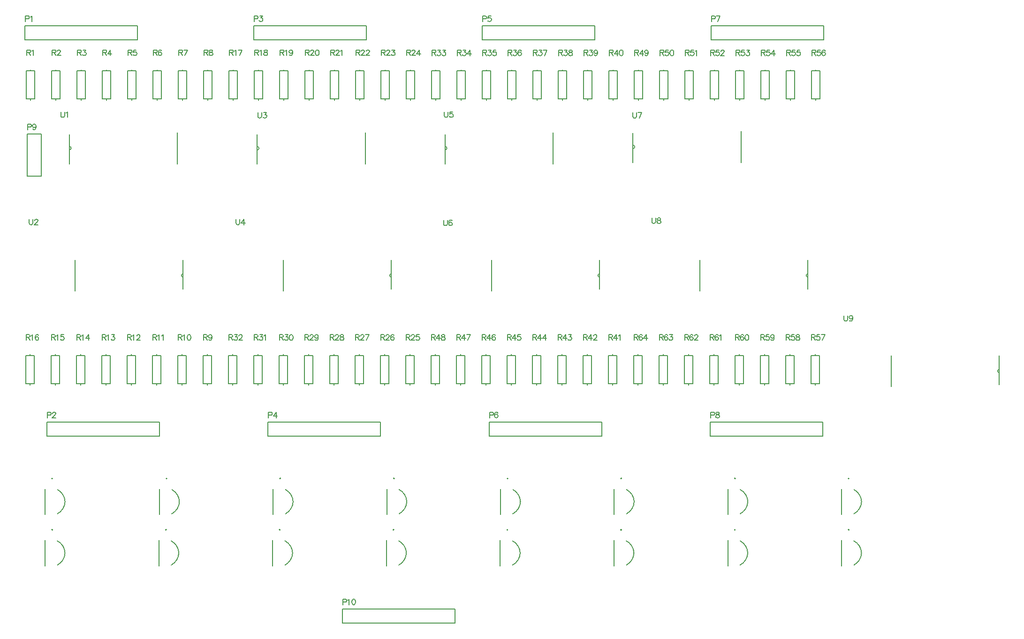
<source format=gto>
G04*
G04 #@! TF.GenerationSoftware,Altium Limited,Altium Designer,18.1.11 (251)*
G04*
G04 Layer_Color=65535*
%FSLAX25Y25*%
%MOIN*%
G70*
G01*
G75*
%ADD10C,0.00600*%
%ADD11C,0.00787*%
%ADD12C,0.00500*%
D10*
X706400Y195200D02*
G03*
X706400Y192800I0J-1200D01*
G01*
X570400Y263200D02*
G03*
X570400Y260800I0J-1200D01*
G01*
X446100Y352300D02*
G03*
X446100Y354700I0J1200D01*
G01*
X422400Y263200D02*
G03*
X422400Y260800I0J-1200D01*
G01*
X312600Y351300D02*
G03*
X312600Y353700I0J1200D01*
G01*
X45600Y351300D02*
G03*
X45600Y353700I0J1200D01*
G01*
X179100Y351300D02*
G03*
X179100Y353700I0J1200D01*
G01*
X126400Y263200D02*
G03*
X126400Y260800I0J-1200D01*
G01*
X274400Y263200D02*
G03*
X274400Y260800I0J-1200D01*
G01*
X706400Y184200D02*
Y192800D01*
Y195200D01*
Y205100D01*
X629600Y182900D02*
Y205100D01*
X570400Y252200D02*
Y260800D01*
Y263200D01*
Y273100D01*
X493600Y250900D02*
Y273100D01*
X446100Y354700D02*
Y363300D01*
Y352300D02*
Y354700D01*
Y342400D02*
Y352300D01*
X522900Y342400D02*
Y364600D01*
X422400Y252200D02*
Y260800D01*
Y263200D01*
Y273100D01*
X345600Y250900D02*
Y273100D01*
X312600Y353700D02*
Y362300D01*
Y351300D02*
Y353700D01*
Y341400D02*
Y351300D01*
X389400Y341400D02*
Y363600D01*
X45600Y353700D02*
Y362300D01*
Y351300D02*
Y353700D01*
Y341400D02*
Y351300D01*
X122400Y341400D02*
Y363600D01*
X179100Y353700D02*
Y362300D01*
Y351300D02*
Y353700D01*
Y341400D02*
Y351300D01*
X255900Y341400D02*
Y363600D01*
X126400Y252200D02*
Y260800D01*
Y263200D01*
Y273100D01*
X49600Y250900D02*
Y273100D01*
X274400Y252200D02*
Y260800D01*
Y263200D01*
Y273100D01*
X197600Y250900D02*
Y273100D01*
D11*
X599720Y80992D02*
G03*
X599720Y80992I-394J0D01*
G01*
X518863D02*
G03*
X518863Y80992I-394J0D01*
G01*
X438006D02*
G03*
X438006Y80992I-394J0D01*
G01*
X357149D02*
G03*
X357149Y80992I-394J0D01*
G01*
X276292D02*
G03*
X276292Y80992I-394J0D01*
G01*
X195435D02*
G03*
X195435Y80992I-394J0D01*
G01*
X114578D02*
G03*
X114578Y80992I-394J0D01*
G01*
X33720D02*
G03*
X33720Y80992I-394J0D01*
G01*
X599720Y117492D02*
G03*
X599720Y117492I-394J0D01*
G01*
X518935D02*
G03*
X518935Y117492I-394J0D01*
G01*
X438149D02*
G03*
X438149Y117492I-394J0D01*
G01*
X357363D02*
G03*
X357363Y117492I-394J0D01*
G01*
X276578D02*
G03*
X276578Y117492I-394J0D01*
G01*
X195792D02*
G03*
X195792Y117492I-394J0D01*
G01*
X115006D02*
G03*
X115006Y117492I-394J0D01*
G01*
X33720D02*
G03*
X33720Y117492I-394J0D01*
G01*
X501000Y147500D02*
Y157500D01*
X581000D01*
Y147500D02*
Y157500D01*
X501000Y147500D02*
X581000D01*
X581500Y429500D02*
Y439500D01*
X501500Y429500D02*
X581500D01*
X501500D02*
Y439500D01*
X581500D01*
X343833Y147500D02*
Y157500D01*
X423833D01*
Y147500D02*
Y157500D01*
X343833Y147500D02*
X423833D01*
X419000Y429500D02*
Y439500D01*
X339000Y429500D02*
X419000D01*
X339000D02*
Y439500D01*
X419000D01*
X186667Y147500D02*
Y157500D01*
X266667D01*
Y147500D02*
Y157500D01*
X186667Y147500D02*
X266667D01*
X256500Y429500D02*
Y439500D01*
X176500Y429500D02*
X256500D01*
X176500D02*
Y439500D01*
X256500D01*
X29500Y147500D02*
Y157500D01*
X109500D01*
Y147500D02*
Y157500D01*
X29500Y147500D02*
X109500D01*
X94000Y429500D02*
Y439500D01*
X14000Y429500D02*
X94000D01*
X14000D02*
Y439500D01*
X94000D01*
X449500Y185000D02*
X452500D01*
Y205000D01*
X446500D02*
X452500D01*
X446500Y185000D02*
Y205000D01*
Y185000D02*
X449500D01*
Y205000D02*
Y205900D01*
Y184100D02*
Y185000D01*
X467500D02*
X470500D01*
Y205000D01*
X464500D02*
X470500D01*
X464500Y185000D02*
Y205000D01*
Y185000D02*
X467500D01*
Y205000D02*
Y205900D01*
Y184100D02*
Y185000D01*
X485500D02*
X488500D01*
Y205000D01*
X482500D02*
X488500D01*
X482500Y185000D02*
Y205000D01*
Y185000D02*
X485500D01*
Y205000D02*
Y205900D01*
Y184100D02*
Y185000D01*
X503500D02*
X506500D01*
Y205000D01*
X500500D02*
X506500D01*
X500500Y185000D02*
Y205000D01*
Y185000D02*
X503500D01*
Y205000D02*
Y205900D01*
Y184100D02*
Y185000D01*
X521500D02*
X524500D01*
Y205000D01*
X518500D02*
X524500D01*
X518500Y185000D02*
Y205000D01*
Y185000D02*
X521500D01*
Y205000D02*
Y205900D01*
Y184100D02*
Y185000D01*
X539500D02*
X542500D01*
Y205000D01*
X536500D02*
X542500D01*
X536500Y185000D02*
Y205000D01*
Y185000D02*
X539500D01*
Y205000D02*
Y205900D01*
Y184100D02*
Y185000D01*
X557500D02*
X560500D01*
Y205000D01*
X554500D02*
X560500D01*
X554500Y185000D02*
Y205000D01*
Y185000D02*
X557500D01*
Y205000D02*
Y205900D01*
Y184100D02*
Y185000D01*
X575500D02*
X578500D01*
Y205000D01*
X572500D02*
X578500D01*
X572500Y185000D02*
Y205000D01*
Y185000D02*
X575500D01*
Y205000D02*
Y205900D01*
Y184100D02*
Y185000D01*
X573000Y407500D02*
X576000D01*
X573000Y387500D02*
Y407500D01*
Y387500D02*
X579000D01*
Y407500D01*
X576000D02*
X579000D01*
X576000Y386600D02*
Y387500D01*
Y407500D02*
Y408400D01*
X555000Y407500D02*
X558000D01*
X555000Y387500D02*
Y407500D01*
Y387500D02*
X561000D01*
Y407500D01*
X558000D02*
X561000D01*
X558000Y386600D02*
Y387500D01*
Y407500D02*
Y408400D01*
X537000Y407500D02*
X540000D01*
X537000Y387500D02*
Y407500D01*
Y387500D02*
X543000D01*
Y407500D01*
X540000D02*
X543000D01*
X540000Y386600D02*
Y387500D01*
Y407500D02*
Y408400D01*
X519000Y407500D02*
X522000D01*
X519000Y387500D02*
Y407500D01*
Y387500D02*
X525000D01*
Y407500D01*
X522000D02*
X525000D01*
X522000Y386600D02*
Y387500D01*
Y407500D02*
Y408400D01*
X501000Y407500D02*
X504000D01*
X501000Y387500D02*
Y407500D01*
Y387500D02*
X507000D01*
Y407500D01*
X504000D02*
X507000D01*
X504000Y386600D02*
Y387500D01*
Y407500D02*
Y408400D01*
X483000Y407500D02*
X486000D01*
X483000Y387500D02*
Y407500D01*
Y387500D02*
X489000D01*
Y407500D01*
X486000D02*
X489000D01*
X486000Y386600D02*
Y387500D01*
Y407500D02*
Y408400D01*
X465000Y407500D02*
X468000D01*
X465000Y387500D02*
Y407500D01*
Y387500D02*
X471000D01*
Y407500D01*
X468000D02*
X471000D01*
X468000Y386600D02*
Y387500D01*
Y407500D02*
Y408400D01*
X447000Y407500D02*
X450000D01*
X447000Y387500D02*
Y407500D01*
Y387500D02*
X453000D01*
Y407500D01*
X450000D02*
X453000D01*
X450000Y386600D02*
Y387500D01*
Y407500D02*
Y408400D01*
X305500Y185000D02*
X308500D01*
Y205000D01*
X302500D02*
X308500D01*
X302500Y185000D02*
Y205000D01*
Y185000D02*
X305500D01*
Y205000D02*
Y205900D01*
Y184100D02*
Y185000D01*
X323500D02*
X326500D01*
Y205000D01*
X320500D02*
X326500D01*
X320500Y185000D02*
Y205000D01*
Y185000D02*
X323500D01*
Y205000D02*
Y205900D01*
Y184100D02*
Y185000D01*
X341500D02*
X344500D01*
Y205000D01*
X338500D02*
X344500D01*
X338500Y185000D02*
Y205000D01*
Y185000D02*
X341500D01*
Y205000D02*
Y205900D01*
Y184100D02*
Y185000D01*
X359500D02*
X362500D01*
Y205000D01*
X356500D02*
X362500D01*
X356500Y185000D02*
Y205000D01*
Y185000D02*
X359500D01*
Y205000D02*
Y205900D01*
Y184100D02*
Y185000D01*
X377500D02*
X380500D01*
Y205000D01*
X374500D02*
X380500D01*
X374500Y185000D02*
Y205000D01*
Y185000D02*
X377500D01*
Y205000D02*
Y205900D01*
Y184100D02*
Y185000D01*
X395500D02*
X398500D01*
Y205000D01*
X392500D02*
X398500D01*
X392500Y185000D02*
Y205000D01*
Y185000D02*
X395500D01*
Y205000D02*
Y205900D01*
Y184100D02*
Y185000D01*
X413500D02*
X416500D01*
Y205000D01*
X410500D02*
X416500D01*
X410500Y185000D02*
Y205000D01*
Y185000D02*
X413500D01*
Y205000D02*
Y205900D01*
Y184100D02*
Y185000D01*
X431500D02*
X434500D01*
Y205000D01*
X428500D02*
X434500D01*
X428500Y185000D02*
Y205000D01*
Y185000D02*
X431500D01*
Y205000D02*
Y205900D01*
Y184100D02*
Y185000D01*
X429000Y407500D02*
X432000D01*
X429000Y387500D02*
Y407500D01*
Y387500D02*
X435000D01*
Y407500D01*
X432000D02*
X435000D01*
X432000Y386600D02*
Y387500D01*
Y407500D02*
Y408400D01*
X411000Y407500D02*
X414000D01*
X411000Y387500D02*
Y407500D01*
Y387500D02*
X417000D01*
Y407500D01*
X414000D02*
X417000D01*
X414000Y386600D02*
Y387500D01*
Y407500D02*
Y408400D01*
X393000Y407500D02*
X396000D01*
X393000Y387500D02*
Y407500D01*
Y387500D02*
X399000D01*
Y407500D01*
X396000D02*
X399000D01*
X396000Y386600D02*
Y387500D01*
Y407500D02*
Y408400D01*
X375000Y407500D02*
X378000D01*
X375000Y387500D02*
Y407500D01*
Y387500D02*
X381000D01*
Y407500D01*
X378000D02*
X381000D01*
X378000Y386600D02*
Y387500D01*
Y407500D02*
Y408400D01*
X357000Y407500D02*
X360000D01*
X357000Y387500D02*
Y407500D01*
Y387500D02*
X363000D01*
Y407500D01*
X360000D02*
X363000D01*
X360000Y386600D02*
Y387500D01*
Y407500D02*
Y408400D01*
X339000Y407500D02*
X342000D01*
X339000Y387500D02*
Y407500D01*
Y387500D02*
X345000D01*
Y407500D01*
X342000D02*
X345000D01*
X342000Y386600D02*
Y387500D01*
Y407500D02*
Y408400D01*
X321000Y407500D02*
X324000D01*
X321000Y387500D02*
Y407500D01*
Y387500D02*
X327000D01*
Y407500D01*
X324000D02*
X327000D01*
X324000Y386600D02*
Y387500D01*
Y407500D02*
Y408400D01*
X303000Y407500D02*
X306000D01*
X303000Y387500D02*
Y407500D01*
Y387500D02*
X309000D01*
Y407500D01*
X306000D02*
X309000D01*
X306000Y386600D02*
Y387500D01*
Y407500D02*
Y408400D01*
X161500Y185000D02*
X164500D01*
Y205000D01*
X158500D02*
X164500D01*
X158500Y185000D02*
Y205000D01*
Y185000D02*
X161500D01*
Y205000D02*
Y205900D01*
Y184100D02*
Y185000D01*
X179500D02*
X182500D01*
Y205000D01*
X176500D02*
X182500D01*
X176500Y185000D02*
Y205000D01*
Y185000D02*
X179500D01*
Y205000D02*
Y205900D01*
Y184100D02*
Y185000D01*
X197500D02*
X200500D01*
Y205000D01*
X194500D02*
X200500D01*
X194500Y185000D02*
Y205000D01*
Y185000D02*
X197500D01*
Y205000D02*
Y205900D01*
Y184100D02*
Y185000D01*
X215500D02*
X218500D01*
Y205000D01*
X212500D02*
X218500D01*
X212500Y185000D02*
Y205000D01*
Y185000D02*
X215500D01*
Y205000D02*
Y205900D01*
Y184100D02*
Y185000D01*
X233500D02*
X236500D01*
Y205000D01*
X230500D02*
X236500D01*
X230500Y185000D02*
Y205000D01*
Y185000D02*
X233500D01*
Y205000D02*
Y205900D01*
Y184100D02*
Y185000D01*
X251500D02*
X254500D01*
Y205000D01*
X248500D02*
X254500D01*
X248500Y185000D02*
Y205000D01*
Y185000D02*
X251500D01*
Y205000D02*
Y205900D01*
Y184100D02*
Y185000D01*
X269500D02*
X272500D01*
Y205000D01*
X266500D02*
X272500D01*
X266500Y185000D02*
Y205000D01*
Y185000D02*
X269500D01*
Y205000D02*
Y205900D01*
Y184100D02*
Y185000D01*
X287500D02*
X290500D01*
Y205000D01*
X284500D02*
X290500D01*
X284500Y185000D02*
Y205000D01*
Y185000D02*
X287500D01*
Y205000D02*
Y205900D01*
Y184100D02*
Y185000D01*
X285000Y407500D02*
X288000D01*
X285000Y387500D02*
Y407500D01*
Y387500D02*
X291000D01*
Y407500D01*
X288000D02*
X291000D01*
X288000Y386600D02*
Y387500D01*
Y407500D02*
Y408400D01*
X267000Y407500D02*
X270000D01*
X267000Y387500D02*
Y407500D01*
Y387500D02*
X273000D01*
Y407500D01*
X270000D02*
X273000D01*
X270000Y386600D02*
Y387500D01*
Y407500D02*
Y408400D01*
X249000Y407500D02*
X252000D01*
X249000Y387500D02*
Y407500D01*
Y387500D02*
X255000D01*
Y407500D01*
X252000D02*
X255000D01*
X252000Y386600D02*
Y387500D01*
Y407500D02*
Y408400D01*
X231000Y407500D02*
X234000D01*
X231000Y387500D02*
Y407500D01*
Y387500D02*
X237000D01*
Y407500D01*
X234000D02*
X237000D01*
X234000Y386600D02*
Y387500D01*
Y407500D02*
Y408400D01*
X213000Y407500D02*
X216000D01*
X213000Y387500D02*
Y407500D01*
Y387500D02*
X219000D01*
Y407500D01*
X216000D02*
X219000D01*
X216000Y386600D02*
Y387500D01*
Y407500D02*
Y408400D01*
X195000Y407500D02*
X198000D01*
X195000Y387500D02*
Y407500D01*
Y387500D02*
X201000D01*
Y407500D01*
X198000D02*
X201000D01*
X198000Y386600D02*
Y387500D01*
Y407500D02*
Y408400D01*
X177000Y407500D02*
X180000D01*
X177000Y387500D02*
Y407500D01*
Y387500D02*
X183000D01*
Y407500D01*
X180000D02*
X183000D01*
X180000Y386600D02*
Y387500D01*
Y407500D02*
Y408400D01*
X159000Y407500D02*
X162000D01*
X159000Y387500D02*
Y407500D01*
Y387500D02*
X165000D01*
Y407500D01*
X162000D02*
X165000D01*
X162000Y386600D02*
Y387500D01*
Y407500D02*
Y408400D01*
X17500Y185000D02*
X20500D01*
Y205000D01*
X14500D02*
X20500D01*
X14500Y185000D02*
Y205000D01*
Y185000D02*
X17500D01*
Y205000D02*
Y205900D01*
Y184100D02*
Y185000D01*
X35500D02*
X38500D01*
Y205000D01*
X32500D02*
X38500D01*
X32500Y185000D02*
Y205000D01*
Y185000D02*
X35500D01*
Y205000D02*
Y205900D01*
Y184100D02*
Y185000D01*
X53500D02*
X56500D01*
Y205000D01*
X50500D02*
X56500D01*
X50500Y185000D02*
Y205000D01*
Y185000D02*
X53500D01*
Y205000D02*
Y205900D01*
Y184100D02*
Y185000D01*
X71500D02*
X74500D01*
Y205000D01*
X68500D02*
X74500D01*
X68500Y185000D02*
Y205000D01*
Y185000D02*
X71500D01*
Y205000D02*
Y205900D01*
Y184100D02*
Y185000D01*
X89500D02*
X92500D01*
Y205000D01*
X86500D02*
X92500D01*
X86500Y185000D02*
Y205000D01*
Y185000D02*
X89500D01*
Y205000D02*
Y205900D01*
Y184100D02*
Y185000D01*
X107500D02*
X110500D01*
Y205000D01*
X104500D02*
X110500D01*
X104500Y185000D02*
Y205000D01*
Y185000D02*
X107500D01*
Y205000D02*
Y205900D01*
Y184100D02*
Y185000D01*
X125500D02*
X128500D01*
Y205000D01*
X122500D02*
X128500D01*
X122500Y185000D02*
Y205000D01*
Y185000D02*
X125500D01*
Y205000D02*
Y205900D01*
Y184100D02*
Y185000D01*
X143500D02*
X146500D01*
Y205000D01*
X140500D02*
X146500D01*
X140500Y185000D02*
Y205000D01*
Y185000D02*
X143500D01*
Y205000D02*
Y205900D01*
Y184100D02*
Y185000D01*
X141000Y407500D02*
X144000D01*
X141000Y387500D02*
Y407500D01*
Y387500D02*
X147000D01*
Y407500D01*
X144000D02*
X147000D01*
X144000Y386600D02*
Y387500D01*
Y407500D02*
Y408400D01*
X123000Y407500D02*
X126000D01*
X123000Y387500D02*
Y407500D01*
Y387500D02*
X129000D01*
Y407500D01*
X126000D02*
X129000D01*
X126000Y386600D02*
Y387500D01*
Y407500D02*
Y408400D01*
X105000Y407500D02*
X108000D01*
X105000Y387500D02*
Y407500D01*
Y387500D02*
X111000D01*
Y407500D01*
X108000D02*
X111000D01*
X108000Y386600D02*
Y387500D01*
Y407500D02*
Y408400D01*
X87000Y407500D02*
X90000D01*
X87000Y387500D02*
Y407500D01*
Y387500D02*
X93000D01*
Y407500D01*
X90000D02*
X93000D01*
X90000Y386600D02*
Y387500D01*
Y407500D02*
Y408400D01*
X69000Y407500D02*
X72000D01*
X69000Y387500D02*
Y407500D01*
Y387500D02*
X75000D01*
Y407500D01*
X72000D02*
X75000D01*
X72000Y386600D02*
Y387500D01*
Y407500D02*
Y408400D01*
X51000Y407500D02*
X54000D01*
X51000Y387500D02*
Y407500D01*
Y387500D02*
X57000D01*
Y407500D01*
X54000D02*
X57000D01*
X54000Y386600D02*
Y387500D01*
Y407500D02*
Y408400D01*
X33000Y407500D02*
X36000D01*
X33000Y387500D02*
Y407500D01*
Y387500D02*
X39000D01*
Y407500D01*
X36000D02*
X39000D01*
X36000Y386600D02*
Y387500D01*
Y407500D02*
Y408400D01*
X15000Y407500D02*
X18000D01*
X15000Y387500D02*
Y407500D01*
Y387500D02*
X21000D01*
Y407500D01*
X18000D02*
X21000D01*
X18000Y386600D02*
Y387500D01*
Y407500D02*
Y408400D01*
X15500Y332500D02*
Y362500D01*
Y332500D02*
X25500D01*
Y362500D01*
X15500D02*
X25500D01*
X239500Y14500D02*
Y24500D01*
X319500D01*
Y14500D02*
Y24500D01*
X239500Y14500D02*
X319500D01*
X596000Y233436D02*
Y230625D01*
X596187Y230062D01*
X596562Y229687D01*
X597125Y229500D01*
X597500D01*
X598062Y229687D01*
X598437Y230062D01*
X598624Y230625D01*
Y233436D01*
X602148Y232124D02*
X601961Y231562D01*
X601586Y231187D01*
X601023Y230999D01*
X600836D01*
X600274Y231187D01*
X599899Y231562D01*
X599711Y232124D01*
Y232312D01*
X599899Y232874D01*
X600274Y233249D01*
X600836Y233436D01*
X601023D01*
X601586Y233249D01*
X601961Y232874D01*
X602148Y232124D01*
Y231187D01*
X601961Y230250D01*
X601586Y229687D01*
X601023Y229500D01*
X600648D01*
X600086Y229687D01*
X599899Y230062D01*
X459500Y302936D02*
Y300125D01*
X459687Y299562D01*
X460062Y299187D01*
X460625Y299000D01*
X460999D01*
X461562Y299187D01*
X461937Y299562D01*
X462124Y300125D01*
Y302936D01*
X464148D02*
X463586Y302749D01*
X463399Y302374D01*
Y301999D01*
X463586Y301624D01*
X463961Y301437D01*
X464711Y301249D01*
X465273Y301062D01*
X465648Y300687D01*
X465835Y300312D01*
Y299750D01*
X465648Y299375D01*
X465460Y299187D01*
X464898Y299000D01*
X464148D01*
X463586Y299187D01*
X463399Y299375D01*
X463211Y299750D01*
Y300312D01*
X463399Y300687D01*
X463773Y301062D01*
X464336Y301249D01*
X465086Y301437D01*
X465460Y301624D01*
X465648Y301999D01*
Y302374D01*
X465460Y302749D01*
X464898Y302936D01*
X464148D01*
X446000Y377830D02*
Y375018D01*
X446187Y374456D01*
X446562Y374081D01*
X447125Y373894D01*
X447500D01*
X448062Y374081D01*
X448437Y374456D01*
X448624Y375018D01*
Y377830D01*
X452335D02*
X450461Y373894D01*
X449711Y377830D02*
X452335D01*
X311500Y301436D02*
Y298625D01*
X311687Y298062D01*
X312062Y297688D01*
X312625Y297500D01*
X313000D01*
X313562Y297688D01*
X313937Y298062D01*
X314124Y298625D01*
Y301436D01*
X317460Y300874D02*
X317273Y301249D01*
X316711Y301436D01*
X316336D01*
X315774Y301249D01*
X315399Y300686D01*
X315211Y299749D01*
Y298812D01*
X315399Y298062D01*
X315774Y297688D01*
X316336Y297500D01*
X316523D01*
X317086Y297688D01*
X317460Y298062D01*
X317648Y298625D01*
Y298812D01*
X317460Y299374D01*
X317086Y299749D01*
X316523Y299937D01*
X316336D01*
X315774Y299749D01*
X315399Y299374D01*
X315211Y298812D01*
X312000Y378436D02*
Y375625D01*
X312187Y375062D01*
X312562Y374687D01*
X313125Y374500D01*
X313499D01*
X314062Y374687D01*
X314437Y375062D01*
X314624Y375625D01*
Y378436D01*
X317961D02*
X316086D01*
X315899Y376749D01*
X316086Y376937D01*
X316648Y377124D01*
X317211D01*
X317773Y376937D01*
X318148Y376562D01*
X318335Y375999D01*
Y375625D01*
X318148Y375062D01*
X317773Y374687D01*
X317211Y374500D01*
X316648D01*
X316086Y374687D01*
X315899Y374875D01*
X315711Y375250D01*
X164000Y301936D02*
Y299125D01*
X164187Y298562D01*
X164562Y298187D01*
X165125Y298000D01*
X165499D01*
X166062Y298187D01*
X166437Y298562D01*
X166624Y299125D01*
Y301936D01*
X169586D02*
X167711Y299312D01*
X170523D01*
X169586Y301936D02*
Y298000D01*
X179500Y377936D02*
Y375125D01*
X179687Y374562D01*
X180062Y374187D01*
X180625Y374000D01*
X181000D01*
X181562Y374187D01*
X181937Y374562D01*
X182124Y375125D01*
Y377936D01*
X183586D02*
X185648D01*
X184523Y376437D01*
X185086D01*
X185460Y376249D01*
X185648Y376062D01*
X185835Y375500D01*
Y375125D01*
X185648Y374562D01*
X185273Y374187D01*
X184711Y374000D01*
X184148D01*
X183586Y374187D01*
X183399Y374375D01*
X183211Y374750D01*
X17000Y301936D02*
Y299125D01*
X17187Y298562D01*
X17562Y298187D01*
X18125Y298000D01*
X18499D01*
X19062Y298187D01*
X19437Y298562D01*
X19624Y299125D01*
Y301936D01*
X20899Y300999D02*
Y301186D01*
X21086Y301561D01*
X21273Y301749D01*
X21648Y301936D01*
X22398D01*
X22773Y301749D01*
X22961Y301561D01*
X23148Y301186D01*
Y300812D01*
X22961Y300437D01*
X22586Y299874D01*
X20711Y298000D01*
X23335D01*
X39500Y378436D02*
Y375625D01*
X39687Y375062D01*
X40062Y374687D01*
X40625Y374500D01*
X40999D01*
X41562Y374687D01*
X41937Y375062D01*
X42124Y375625D01*
Y378436D01*
X43211Y377686D02*
X43586Y377874D01*
X44148Y378436D01*
Y374500D01*
X446900Y219836D02*
Y215900D01*
Y219836D02*
X448587D01*
X449149Y219649D01*
X449337Y219461D01*
X449524Y219086D01*
Y218711D01*
X449337Y218337D01*
X449149Y218149D01*
X448587Y217962D01*
X446900D01*
X448212D02*
X449524Y215900D01*
X452654Y219274D02*
X452467Y219649D01*
X451904Y219836D01*
X451530D01*
X450967Y219649D01*
X450593Y219086D01*
X450405Y218149D01*
Y217212D01*
X450593Y216462D01*
X450967Y216087D01*
X451530Y215900D01*
X451717D01*
X452279Y216087D01*
X452654Y216462D01*
X452842Y217025D01*
Y217212D01*
X452654Y217774D01*
X452279Y218149D01*
X451717Y218337D01*
X451530D01*
X450967Y218149D01*
X450593Y217774D01*
X450405Y217212D01*
X455578Y219836D02*
X453704Y217212D01*
X456516D01*
X455578Y219836D02*
Y215900D01*
X464900Y219836D02*
Y215900D01*
Y219836D02*
X466587D01*
X467149Y219649D01*
X467337Y219461D01*
X467524Y219086D01*
Y218711D01*
X467337Y218337D01*
X467149Y218149D01*
X466587Y217962D01*
X464900D01*
X466212D02*
X467524Y215900D01*
X470654Y219274D02*
X470467Y219649D01*
X469905Y219836D01*
X469530D01*
X468967Y219649D01*
X468593Y219086D01*
X468405Y218149D01*
Y217212D01*
X468593Y216462D01*
X468967Y216087D01*
X469530Y215900D01*
X469717D01*
X470279Y216087D01*
X470654Y216462D01*
X470842Y217025D01*
Y217212D01*
X470654Y217774D01*
X470279Y218149D01*
X469717Y218337D01*
X469530D01*
X468967Y218149D01*
X468593Y217774D01*
X468405Y217212D01*
X472079Y219836D02*
X474141D01*
X473016Y218337D01*
X473578D01*
X473953Y218149D01*
X474141Y217962D01*
X474328Y217400D01*
Y217025D01*
X474141Y216462D01*
X473766Y216087D01*
X473203Y215900D01*
X472641D01*
X472079Y216087D01*
X471891Y216275D01*
X471704Y216650D01*
X482900Y219836D02*
Y215900D01*
Y219836D02*
X484587D01*
X485149Y219649D01*
X485337Y219461D01*
X485524Y219086D01*
Y218711D01*
X485337Y218337D01*
X485149Y218149D01*
X484587Y217962D01*
X482900D01*
X484212D02*
X485524Y215900D01*
X488654Y219274D02*
X488467Y219649D01*
X487905Y219836D01*
X487530D01*
X486967Y219649D01*
X486592Y219086D01*
X486405Y218149D01*
Y217212D01*
X486592Y216462D01*
X486967Y216087D01*
X487530Y215900D01*
X487717D01*
X488279Y216087D01*
X488654Y216462D01*
X488842Y217025D01*
Y217212D01*
X488654Y217774D01*
X488279Y218149D01*
X487717Y218337D01*
X487530D01*
X486967Y218149D01*
X486592Y217774D01*
X486405Y217212D01*
X489891Y218899D02*
Y219086D01*
X490079Y219461D01*
X490266Y219649D01*
X490641Y219836D01*
X491391D01*
X491766Y219649D01*
X491953Y219461D01*
X492141Y219086D01*
Y218711D01*
X491953Y218337D01*
X491578Y217774D01*
X489704Y215900D01*
X492328D01*
X500900Y219836D02*
Y215900D01*
Y219836D02*
X502587D01*
X503149Y219649D01*
X503337Y219461D01*
X503524Y219086D01*
Y218711D01*
X503337Y218337D01*
X503149Y218149D01*
X502587Y217962D01*
X500900D01*
X502212D02*
X503524Y215900D01*
X506654Y219274D02*
X506467Y219649D01*
X505904Y219836D01*
X505530D01*
X504967Y219649D01*
X504593Y219086D01*
X504405Y218149D01*
Y217212D01*
X504593Y216462D01*
X504967Y216087D01*
X505530Y215900D01*
X505717D01*
X506279Y216087D01*
X506654Y216462D01*
X506842Y217025D01*
Y217212D01*
X506654Y217774D01*
X506279Y218149D01*
X505717Y218337D01*
X505530D01*
X504967Y218149D01*
X504593Y217774D01*
X504405Y217212D01*
X507704Y219086D02*
X508079Y219274D01*
X508641Y219836D01*
Y215900D01*
X518900Y219836D02*
Y215900D01*
Y219836D02*
X520587D01*
X521149Y219649D01*
X521337Y219461D01*
X521524Y219086D01*
Y218711D01*
X521337Y218337D01*
X521149Y218149D01*
X520587Y217962D01*
X518900D01*
X520212D02*
X521524Y215900D01*
X524654Y219274D02*
X524467Y219649D01*
X523905Y219836D01*
X523530D01*
X522967Y219649D01*
X522592Y219086D01*
X522405Y218149D01*
Y217212D01*
X522592Y216462D01*
X522967Y216087D01*
X523530Y215900D01*
X523717D01*
X524279Y216087D01*
X524654Y216462D01*
X524842Y217025D01*
Y217212D01*
X524654Y217774D01*
X524279Y218149D01*
X523717Y218337D01*
X523530D01*
X522967Y218149D01*
X522592Y217774D01*
X522405Y217212D01*
X526828Y219836D02*
X526266Y219649D01*
X525891Y219086D01*
X525704Y218149D01*
Y217587D01*
X525891Y216650D01*
X526266Y216087D01*
X526828Y215900D01*
X527203D01*
X527766Y216087D01*
X528141Y216650D01*
X528328Y217587D01*
Y218149D01*
X528141Y219086D01*
X527766Y219649D01*
X527203Y219836D01*
X526828D01*
X536900D02*
Y215900D01*
Y219836D02*
X538587D01*
X539149Y219649D01*
X539337Y219461D01*
X539524Y219086D01*
Y218711D01*
X539337Y218337D01*
X539149Y218149D01*
X538587Y217962D01*
X536900D01*
X538212D02*
X539524Y215900D01*
X542654Y219836D02*
X540780D01*
X540592Y218149D01*
X540780Y218337D01*
X541342Y218524D01*
X541904D01*
X542467Y218337D01*
X542842Y217962D01*
X543029Y217400D01*
Y217025D01*
X542842Y216462D01*
X542467Y216087D01*
X541904Y215900D01*
X541342D01*
X540780Y216087D01*
X540592Y216275D01*
X540405Y216650D01*
X546347Y218524D02*
X546159Y217962D01*
X545785Y217587D01*
X545222Y217400D01*
X545035D01*
X544472Y217587D01*
X544098Y217962D01*
X543910Y218524D01*
Y218711D01*
X544098Y219274D01*
X544472Y219649D01*
X545035Y219836D01*
X545222D01*
X545785Y219649D01*
X546159Y219274D01*
X546347Y218524D01*
Y217587D01*
X546159Y216650D01*
X545785Y216087D01*
X545222Y215900D01*
X544847D01*
X544285Y216087D01*
X544098Y216462D01*
X554900Y219836D02*
Y215900D01*
Y219836D02*
X556587D01*
X557149Y219649D01*
X557337Y219461D01*
X557524Y219086D01*
Y218711D01*
X557337Y218337D01*
X557149Y218149D01*
X556587Y217962D01*
X554900D01*
X556212D02*
X557524Y215900D01*
X560654Y219836D02*
X558780D01*
X558593Y218149D01*
X558780Y218337D01*
X559342Y218524D01*
X559904D01*
X560467Y218337D01*
X560842Y217962D01*
X561029Y217400D01*
Y217025D01*
X560842Y216462D01*
X560467Y216087D01*
X559904Y215900D01*
X559342D01*
X558780Y216087D01*
X558593Y216275D01*
X558405Y216650D01*
X562847Y219836D02*
X562285Y219649D01*
X562098Y219274D01*
Y218899D01*
X562285Y218524D01*
X562660Y218337D01*
X563410Y218149D01*
X563972Y217962D01*
X564347Y217587D01*
X564534Y217212D01*
Y216650D01*
X564347Y216275D01*
X564159Y216087D01*
X563597Y215900D01*
X562847D01*
X562285Y216087D01*
X562098Y216275D01*
X561910Y216650D01*
Y217212D01*
X562098Y217587D01*
X562472Y217962D01*
X563035Y218149D01*
X563785Y218337D01*
X564159Y218524D01*
X564347Y218899D01*
Y219274D01*
X564159Y219649D01*
X563597Y219836D01*
X562847D01*
X572900D02*
Y215900D01*
Y219836D02*
X574587D01*
X575149Y219649D01*
X575337Y219461D01*
X575524Y219086D01*
Y218711D01*
X575337Y218337D01*
X575149Y218149D01*
X574587Y217962D01*
X572900D01*
X574212D02*
X575524Y215900D01*
X578654Y219836D02*
X576780D01*
X576592Y218149D01*
X576780Y218337D01*
X577342Y218524D01*
X577905D01*
X578467Y218337D01*
X578842Y217962D01*
X579029Y217400D01*
Y217025D01*
X578842Y216462D01*
X578467Y216087D01*
X577905Y215900D01*
X577342D01*
X576780Y216087D01*
X576592Y216275D01*
X576405Y216650D01*
X582534Y219836D02*
X580660Y215900D01*
X579910Y219836D02*
X582534D01*
X573400Y422330D02*
Y418394D01*
Y422330D02*
X575087D01*
X575649Y422142D01*
X575837Y421955D01*
X576024Y421580D01*
Y421205D01*
X575837Y420830D01*
X575649Y420643D01*
X575087Y420456D01*
X573400D01*
X574712D02*
X576024Y418394D01*
X579154Y422330D02*
X577280D01*
X577093Y420643D01*
X577280Y420830D01*
X577842Y421018D01*
X578405D01*
X578967Y420830D01*
X579342Y420456D01*
X579529Y419893D01*
Y419518D01*
X579342Y418956D01*
X578967Y418581D01*
X578405Y418394D01*
X577842D01*
X577280Y418581D01*
X577093Y418769D01*
X576905Y419143D01*
X582659Y421768D02*
X582472Y422142D01*
X581910Y422330D01*
X581535D01*
X580972Y422142D01*
X580597Y421580D01*
X580410Y420643D01*
Y419706D01*
X580597Y418956D01*
X580972Y418581D01*
X581535Y418394D01*
X581722D01*
X582284Y418581D01*
X582659Y418956D01*
X582847Y419518D01*
Y419706D01*
X582659Y420268D01*
X582284Y420643D01*
X581722Y420830D01*
X581535D01*
X580972Y420643D01*
X580597Y420268D01*
X580410Y419706D01*
X555400Y422330D02*
Y418394D01*
Y422330D02*
X557087D01*
X557649Y422142D01*
X557837Y421955D01*
X558024Y421580D01*
Y421205D01*
X557837Y420830D01*
X557649Y420643D01*
X557087Y420456D01*
X555400D01*
X556712D02*
X558024Y418394D01*
X561154Y422330D02*
X559280D01*
X559093Y420643D01*
X559280Y420830D01*
X559842Y421018D01*
X560404D01*
X560967Y420830D01*
X561342Y420456D01*
X561529Y419893D01*
Y419518D01*
X561342Y418956D01*
X560967Y418581D01*
X560404Y418394D01*
X559842D01*
X559280Y418581D01*
X559093Y418769D01*
X558905Y419143D01*
X564659Y422330D02*
X562785D01*
X562598Y420643D01*
X562785Y420830D01*
X563347Y421018D01*
X563910D01*
X564472Y420830D01*
X564847Y420456D01*
X565034Y419893D01*
Y419518D01*
X564847Y418956D01*
X564472Y418581D01*
X563910Y418394D01*
X563347D01*
X562785Y418581D01*
X562598Y418769D01*
X562410Y419143D01*
X537400Y422330D02*
Y418394D01*
Y422330D02*
X539087D01*
X539649Y422142D01*
X539837Y421955D01*
X540024Y421580D01*
Y421205D01*
X539837Y420830D01*
X539649Y420643D01*
X539087Y420456D01*
X537400D01*
X538712D02*
X540024Y418394D01*
X543154Y422330D02*
X541280D01*
X541092Y420643D01*
X541280Y420830D01*
X541842Y421018D01*
X542405D01*
X542967Y420830D01*
X543342Y420456D01*
X543529Y419893D01*
Y419518D01*
X543342Y418956D01*
X542967Y418581D01*
X542405Y418394D01*
X541842D01*
X541280Y418581D01*
X541092Y418769D01*
X540905Y419143D01*
X546284Y422330D02*
X544410Y419706D01*
X547222D01*
X546284Y422330D02*
Y418394D01*
X519400Y422330D02*
Y418394D01*
Y422330D02*
X521087D01*
X521649Y422142D01*
X521837Y421955D01*
X522024Y421580D01*
Y421205D01*
X521837Y420830D01*
X521649Y420643D01*
X521087Y420456D01*
X519400D01*
X520712D02*
X522024Y418394D01*
X525154Y422330D02*
X523280D01*
X523093Y420643D01*
X523280Y420830D01*
X523842Y421018D01*
X524404D01*
X524967Y420830D01*
X525342Y420456D01*
X525529Y419893D01*
Y419518D01*
X525342Y418956D01*
X524967Y418581D01*
X524404Y418394D01*
X523842D01*
X523280Y418581D01*
X523093Y418769D01*
X522905Y419143D01*
X526785Y422330D02*
X528847D01*
X527722Y420830D01*
X528285D01*
X528659Y420643D01*
X528847Y420456D01*
X529034Y419893D01*
Y419518D01*
X528847Y418956D01*
X528472Y418581D01*
X527910Y418394D01*
X527347D01*
X526785Y418581D01*
X526597Y418769D01*
X526410Y419143D01*
X501400Y422330D02*
Y418394D01*
Y422330D02*
X503087D01*
X503649Y422142D01*
X503837Y421955D01*
X504024Y421580D01*
Y421205D01*
X503837Y420830D01*
X503649Y420643D01*
X503087Y420456D01*
X501400D01*
X502712D02*
X504024Y418394D01*
X507154Y422330D02*
X505280D01*
X505092Y420643D01*
X505280Y420830D01*
X505842Y421018D01*
X506404D01*
X506967Y420830D01*
X507342Y420456D01*
X507529Y419893D01*
Y419518D01*
X507342Y418956D01*
X506967Y418581D01*
X506404Y418394D01*
X505842D01*
X505280Y418581D01*
X505092Y418769D01*
X504905Y419143D01*
X508598Y421393D02*
Y421580D01*
X508785Y421955D01*
X508972Y422142D01*
X509347Y422330D01*
X510097D01*
X510472Y422142D01*
X510659Y421955D01*
X510847Y421580D01*
Y421205D01*
X510659Y420830D01*
X510285Y420268D01*
X508410Y418394D01*
X511034D01*
X483400Y422330D02*
Y418394D01*
Y422330D02*
X485087D01*
X485649Y422142D01*
X485837Y421955D01*
X486024Y421580D01*
Y421205D01*
X485837Y420830D01*
X485649Y420643D01*
X485087Y420456D01*
X483400D01*
X484712D02*
X486024Y418394D01*
X489154Y422330D02*
X487280D01*
X487092Y420643D01*
X487280Y420830D01*
X487842Y421018D01*
X488405D01*
X488967Y420830D01*
X489342Y420456D01*
X489529Y419893D01*
Y419518D01*
X489342Y418956D01*
X488967Y418581D01*
X488405Y418394D01*
X487842D01*
X487280Y418581D01*
X487092Y418769D01*
X486905Y419143D01*
X490410Y421580D02*
X490785Y421768D01*
X491347Y422330D01*
Y418394D01*
X465400Y422330D02*
Y418394D01*
Y422330D02*
X467087D01*
X467649Y422142D01*
X467837Y421955D01*
X468024Y421580D01*
Y421205D01*
X467837Y420830D01*
X467649Y420643D01*
X467087Y420456D01*
X465400D01*
X466712D02*
X468024Y418394D01*
X471154Y422330D02*
X469280D01*
X469093Y420643D01*
X469280Y420830D01*
X469842Y421018D01*
X470404D01*
X470967Y420830D01*
X471342Y420456D01*
X471529Y419893D01*
Y419518D01*
X471342Y418956D01*
X470967Y418581D01*
X470404Y418394D01*
X469842D01*
X469280Y418581D01*
X469093Y418769D01*
X468905Y419143D01*
X473535Y422330D02*
X472972Y422142D01*
X472598Y421580D01*
X472410Y420643D01*
Y420081D01*
X472598Y419143D01*
X472972Y418581D01*
X473535Y418394D01*
X473910D01*
X474472Y418581D01*
X474847Y419143D01*
X475034Y420081D01*
Y420643D01*
X474847Y421580D01*
X474472Y422142D01*
X473910Y422330D01*
X473535D01*
X447400D02*
Y418394D01*
Y422330D02*
X449087D01*
X449649Y422142D01*
X449837Y421955D01*
X450024Y421580D01*
Y421205D01*
X449837Y420830D01*
X449649Y420643D01*
X449087Y420456D01*
X447400D01*
X448712D02*
X450024Y418394D01*
X452779Y422330D02*
X450905Y419706D01*
X453717D01*
X452779Y422330D02*
Y418394D01*
X456847Y421018D02*
X456659Y420456D01*
X456285Y420081D01*
X455722Y419893D01*
X455535D01*
X454972Y420081D01*
X454598Y420456D01*
X454410Y421018D01*
Y421205D01*
X454598Y421768D01*
X454972Y422142D01*
X455535Y422330D01*
X455722D01*
X456285Y422142D01*
X456659Y421768D01*
X456847Y421018D01*
Y420081D01*
X456659Y419143D01*
X456285Y418581D01*
X455722Y418394D01*
X455347D01*
X454785Y418581D01*
X454598Y418956D01*
X302900Y219836D02*
Y215900D01*
Y219836D02*
X304587D01*
X305149Y219649D01*
X305337Y219461D01*
X305524Y219086D01*
Y218711D01*
X305337Y218337D01*
X305149Y218149D01*
X304587Y217962D01*
X302900D01*
X304212D02*
X305524Y215900D01*
X308279Y219836D02*
X306405Y217212D01*
X309217D01*
X308279Y219836D02*
Y215900D01*
X310847Y219836D02*
X310285Y219649D01*
X310098Y219274D01*
Y218899D01*
X310285Y218524D01*
X310660Y218337D01*
X311410Y218149D01*
X311972Y217962D01*
X312347Y217587D01*
X312534Y217212D01*
Y216650D01*
X312347Y216275D01*
X312159Y216087D01*
X311597Y215900D01*
X310847D01*
X310285Y216087D01*
X310098Y216275D01*
X309910Y216650D01*
Y217212D01*
X310098Y217587D01*
X310472Y217962D01*
X311035Y218149D01*
X311785Y218337D01*
X312159Y218524D01*
X312347Y218899D01*
Y219274D01*
X312159Y219649D01*
X311597Y219836D01*
X310847D01*
X320900D02*
Y215900D01*
Y219836D02*
X322587D01*
X323149Y219649D01*
X323337Y219461D01*
X323524Y219086D01*
Y218711D01*
X323337Y218337D01*
X323149Y218149D01*
X322587Y217962D01*
X320900D01*
X322212D02*
X323524Y215900D01*
X326279Y219836D02*
X324405Y217212D01*
X327217D01*
X326279Y219836D02*
Y215900D01*
X330534Y219836D02*
X328660Y215900D01*
X327910Y219836D02*
X330534D01*
X338900D02*
Y215900D01*
Y219836D02*
X340587D01*
X341149Y219649D01*
X341337Y219461D01*
X341524Y219086D01*
Y218711D01*
X341337Y218337D01*
X341149Y218149D01*
X340587Y217962D01*
X338900D01*
X340212D02*
X341524Y215900D01*
X344279Y219836D02*
X342405Y217212D01*
X345217D01*
X344279Y219836D02*
Y215900D01*
X348159Y219274D02*
X347972Y219649D01*
X347410Y219836D01*
X347035D01*
X346472Y219649D01*
X346097Y219086D01*
X345910Y218149D01*
Y217212D01*
X346097Y216462D01*
X346472Y216087D01*
X347035Y215900D01*
X347222D01*
X347784Y216087D01*
X348159Y216462D01*
X348347Y217025D01*
Y217212D01*
X348159Y217774D01*
X347784Y218149D01*
X347222Y218337D01*
X347035D01*
X346472Y218149D01*
X346097Y217774D01*
X345910Y217212D01*
X356900Y219836D02*
Y215900D01*
Y219836D02*
X358587D01*
X359149Y219649D01*
X359337Y219461D01*
X359524Y219086D01*
Y218711D01*
X359337Y218337D01*
X359149Y218149D01*
X358587Y217962D01*
X356900D01*
X358212D02*
X359524Y215900D01*
X362279Y219836D02*
X360405Y217212D01*
X363217D01*
X362279Y219836D02*
Y215900D01*
X366159Y219836D02*
X364285D01*
X364097Y218149D01*
X364285Y218337D01*
X364847Y218524D01*
X365410D01*
X365972Y218337D01*
X366347Y217962D01*
X366534Y217400D01*
Y217025D01*
X366347Y216462D01*
X365972Y216087D01*
X365410Y215900D01*
X364847D01*
X364285Y216087D01*
X364097Y216275D01*
X363910Y216650D01*
X374900Y219836D02*
Y215900D01*
Y219836D02*
X376587D01*
X377149Y219649D01*
X377337Y219461D01*
X377524Y219086D01*
Y218711D01*
X377337Y218337D01*
X377149Y218149D01*
X376587Y217962D01*
X374900D01*
X376212D02*
X377524Y215900D01*
X380279Y219836D02*
X378405Y217212D01*
X381217D01*
X380279Y219836D02*
Y215900D01*
X383785Y219836D02*
X381910Y217212D01*
X384722D01*
X383785Y219836D02*
Y215900D01*
X392900Y219836D02*
Y215900D01*
Y219836D02*
X394587D01*
X395149Y219649D01*
X395337Y219461D01*
X395524Y219086D01*
Y218711D01*
X395337Y218337D01*
X395149Y218149D01*
X394587Y217962D01*
X392900D01*
X394212D02*
X395524Y215900D01*
X398279Y219836D02*
X396405Y217212D01*
X399217D01*
X398279Y219836D02*
Y215900D01*
X400285Y219836D02*
X402347D01*
X401222Y218337D01*
X401785D01*
X402159Y218149D01*
X402347Y217962D01*
X402534Y217400D01*
Y217025D01*
X402347Y216462D01*
X401972Y216087D01*
X401410Y215900D01*
X400847D01*
X400285Y216087D01*
X400098Y216275D01*
X399910Y216650D01*
X410900Y219836D02*
Y215900D01*
Y219836D02*
X412587D01*
X413149Y219649D01*
X413337Y219461D01*
X413524Y219086D01*
Y218711D01*
X413337Y218337D01*
X413149Y218149D01*
X412587Y217962D01*
X410900D01*
X412212D02*
X413524Y215900D01*
X416279Y219836D02*
X414405Y217212D01*
X417217D01*
X416279Y219836D02*
Y215900D01*
X418097Y218899D02*
Y219086D01*
X418285Y219461D01*
X418472Y219649D01*
X418847Y219836D01*
X419597D01*
X419972Y219649D01*
X420159Y219461D01*
X420347Y219086D01*
Y218711D01*
X420159Y218337D01*
X419784Y217774D01*
X417910Y215900D01*
X420534D01*
X428900Y219836D02*
Y215900D01*
Y219836D02*
X430587D01*
X431149Y219649D01*
X431337Y219461D01*
X431524Y219086D01*
Y218711D01*
X431337Y218337D01*
X431149Y218149D01*
X430587Y217962D01*
X428900D01*
X430212D02*
X431524Y215900D01*
X434279Y219836D02*
X432405Y217212D01*
X435217D01*
X434279Y219836D02*
Y215900D01*
X435910Y219086D02*
X436285Y219274D01*
X436847Y219836D01*
Y215900D01*
X429400Y422330D02*
Y418394D01*
Y422330D02*
X431087D01*
X431649Y422142D01*
X431837Y421955D01*
X432024Y421580D01*
Y421205D01*
X431837Y420830D01*
X431649Y420643D01*
X431087Y420456D01*
X429400D01*
X430712D02*
X432024Y418394D01*
X434779Y422330D02*
X432905Y419706D01*
X435717D01*
X434779Y422330D02*
Y418394D01*
X437535Y422330D02*
X436972Y422142D01*
X436597Y421580D01*
X436410Y420643D01*
Y420081D01*
X436597Y419143D01*
X436972Y418581D01*
X437535Y418394D01*
X437910D01*
X438472Y418581D01*
X438847Y419143D01*
X439034Y420081D01*
Y420643D01*
X438847Y421580D01*
X438472Y422142D01*
X437910Y422330D01*
X437535D01*
X411400D02*
Y418394D01*
Y422330D02*
X413087D01*
X413649Y422142D01*
X413837Y421955D01*
X414024Y421580D01*
Y421205D01*
X413837Y420830D01*
X413649Y420643D01*
X413087Y420456D01*
X411400D01*
X412712D02*
X414024Y418394D01*
X415280Y422330D02*
X417342D01*
X416217Y420830D01*
X416779D01*
X417154Y420643D01*
X417342Y420456D01*
X417529Y419893D01*
Y419518D01*
X417342Y418956D01*
X416967Y418581D01*
X416404Y418394D01*
X415842D01*
X415280Y418581D01*
X415093Y418769D01*
X414905Y419143D01*
X420847Y421018D02*
X420659Y420456D01*
X420285Y420081D01*
X419722Y419893D01*
X419535D01*
X418972Y420081D01*
X418598Y420456D01*
X418410Y421018D01*
Y421205D01*
X418598Y421768D01*
X418972Y422142D01*
X419535Y422330D01*
X419722D01*
X420285Y422142D01*
X420659Y421768D01*
X420847Y421018D01*
Y420081D01*
X420659Y419143D01*
X420285Y418581D01*
X419722Y418394D01*
X419347D01*
X418785Y418581D01*
X418598Y418956D01*
X393400Y422330D02*
Y418394D01*
Y422330D02*
X395087D01*
X395649Y422142D01*
X395837Y421955D01*
X396024Y421580D01*
Y421205D01*
X395837Y420830D01*
X395649Y420643D01*
X395087Y420456D01*
X393400D01*
X394712D02*
X396024Y418394D01*
X397280Y422330D02*
X399342D01*
X398217Y420830D01*
X398779D01*
X399154Y420643D01*
X399342Y420456D01*
X399529Y419893D01*
Y419518D01*
X399342Y418956D01*
X398967Y418581D01*
X398405Y418394D01*
X397842D01*
X397280Y418581D01*
X397093Y418769D01*
X396905Y419143D01*
X401347Y422330D02*
X400785Y422142D01*
X400597Y421768D01*
Y421393D01*
X400785Y421018D01*
X401160Y420830D01*
X401910Y420643D01*
X402472Y420456D01*
X402847Y420081D01*
X403034Y419706D01*
Y419143D01*
X402847Y418769D01*
X402659Y418581D01*
X402097Y418394D01*
X401347D01*
X400785Y418581D01*
X400597Y418769D01*
X400410Y419143D01*
Y419706D01*
X400597Y420081D01*
X400972Y420456D01*
X401535Y420643D01*
X402284Y420830D01*
X402659Y421018D01*
X402847Y421393D01*
Y421768D01*
X402659Y422142D01*
X402097Y422330D01*
X401347D01*
X375400D02*
Y418394D01*
Y422330D02*
X377087D01*
X377649Y422142D01*
X377837Y421955D01*
X378024Y421580D01*
Y421205D01*
X377837Y420830D01*
X377649Y420643D01*
X377087Y420456D01*
X375400D01*
X376712D02*
X378024Y418394D01*
X379280Y422330D02*
X381342D01*
X380217Y420830D01*
X380779D01*
X381154Y420643D01*
X381342Y420456D01*
X381529Y419893D01*
Y419518D01*
X381342Y418956D01*
X380967Y418581D01*
X380404Y418394D01*
X379842D01*
X379280Y418581D01*
X379093Y418769D01*
X378905Y419143D01*
X385034Y422330D02*
X383160Y418394D01*
X382410Y422330D02*
X385034D01*
X357400D02*
Y418394D01*
Y422330D02*
X359087D01*
X359649Y422142D01*
X359837Y421955D01*
X360024Y421580D01*
Y421205D01*
X359837Y420830D01*
X359649Y420643D01*
X359087Y420456D01*
X357400D01*
X358712D02*
X360024Y418394D01*
X361280Y422330D02*
X363342D01*
X362217Y420830D01*
X362779D01*
X363154Y420643D01*
X363342Y420456D01*
X363529Y419893D01*
Y419518D01*
X363342Y418956D01*
X362967Y418581D01*
X362404Y418394D01*
X361842D01*
X361280Y418581D01*
X361092Y418769D01*
X360905Y419143D01*
X366659Y421768D02*
X366472Y422142D01*
X365910Y422330D01*
X365535D01*
X364972Y422142D01*
X364598Y421580D01*
X364410Y420643D01*
Y419706D01*
X364598Y418956D01*
X364972Y418581D01*
X365535Y418394D01*
X365722D01*
X366284Y418581D01*
X366659Y418956D01*
X366847Y419518D01*
Y419706D01*
X366659Y420268D01*
X366284Y420643D01*
X365722Y420830D01*
X365535D01*
X364972Y420643D01*
X364598Y420268D01*
X364410Y419706D01*
X339400Y422330D02*
Y418394D01*
Y422330D02*
X341087D01*
X341649Y422142D01*
X341837Y421955D01*
X342024Y421580D01*
Y421205D01*
X341837Y420830D01*
X341649Y420643D01*
X341087Y420456D01*
X339400D01*
X340712D02*
X342024Y418394D01*
X343280Y422330D02*
X345342D01*
X344217Y420830D01*
X344779D01*
X345154Y420643D01*
X345342Y420456D01*
X345529Y419893D01*
Y419518D01*
X345342Y418956D01*
X344967Y418581D01*
X344405Y418394D01*
X343842D01*
X343280Y418581D01*
X343092Y418769D01*
X342905Y419143D01*
X348659Y422330D02*
X346785D01*
X346598Y420643D01*
X346785Y420830D01*
X347347Y421018D01*
X347910D01*
X348472Y420830D01*
X348847Y420456D01*
X349034Y419893D01*
Y419518D01*
X348847Y418956D01*
X348472Y418581D01*
X347910Y418394D01*
X347347D01*
X346785Y418581D01*
X346598Y418769D01*
X346410Y419143D01*
X321400Y422330D02*
Y418394D01*
Y422330D02*
X323087D01*
X323649Y422142D01*
X323837Y421955D01*
X324024Y421580D01*
Y421205D01*
X323837Y420830D01*
X323649Y420643D01*
X323087Y420456D01*
X321400D01*
X322712D02*
X324024Y418394D01*
X325280Y422330D02*
X327342D01*
X326217Y420830D01*
X326779D01*
X327154Y420643D01*
X327342Y420456D01*
X327529Y419893D01*
Y419518D01*
X327342Y418956D01*
X326967Y418581D01*
X326405Y418394D01*
X325842D01*
X325280Y418581D01*
X325093Y418769D01*
X324905Y419143D01*
X330285Y422330D02*
X328410Y419706D01*
X331222D01*
X330285Y422330D02*
Y418394D01*
X303400Y422330D02*
Y418394D01*
Y422330D02*
X305087D01*
X305649Y422142D01*
X305837Y421955D01*
X306024Y421580D01*
Y421205D01*
X305837Y420830D01*
X305649Y420643D01*
X305087Y420456D01*
X303400D01*
X304712D02*
X306024Y418394D01*
X307280Y422330D02*
X309342D01*
X308217Y420830D01*
X308779D01*
X309154Y420643D01*
X309342Y420456D01*
X309529Y419893D01*
Y419518D01*
X309342Y418956D01*
X308967Y418581D01*
X308404Y418394D01*
X307842D01*
X307280Y418581D01*
X307092Y418769D01*
X306905Y419143D01*
X310785Y422330D02*
X312847D01*
X311722Y420830D01*
X312284D01*
X312659Y420643D01*
X312847Y420456D01*
X313034Y419893D01*
Y419518D01*
X312847Y418956D01*
X312472Y418581D01*
X311910Y418394D01*
X311347D01*
X310785Y418581D01*
X310597Y418769D01*
X310410Y419143D01*
X158900Y219836D02*
Y215900D01*
Y219836D02*
X160587D01*
X161149Y219649D01*
X161337Y219461D01*
X161524Y219086D01*
Y218711D01*
X161337Y218337D01*
X161149Y218149D01*
X160587Y217962D01*
X158900D01*
X160212D02*
X161524Y215900D01*
X162780Y219836D02*
X164842D01*
X163717Y218337D01*
X164279D01*
X164654Y218149D01*
X164842Y217962D01*
X165029Y217400D01*
Y217025D01*
X164842Y216462D01*
X164467Y216087D01*
X163905Y215900D01*
X163342D01*
X162780Y216087D01*
X162592Y216275D01*
X162405Y216650D01*
X166097Y218899D02*
Y219086D01*
X166285Y219461D01*
X166472Y219649D01*
X166847Y219836D01*
X167597D01*
X167972Y219649D01*
X168159Y219461D01*
X168347Y219086D01*
Y218711D01*
X168159Y218337D01*
X167785Y217774D01*
X165910Y215900D01*
X168534D01*
X176900Y219836D02*
Y215900D01*
Y219836D02*
X178587D01*
X179149Y219649D01*
X179337Y219461D01*
X179524Y219086D01*
Y218711D01*
X179337Y218337D01*
X179149Y218149D01*
X178587Y217962D01*
X176900D01*
X178212D02*
X179524Y215900D01*
X180780Y219836D02*
X182842D01*
X181717Y218337D01*
X182279D01*
X182654Y218149D01*
X182842Y217962D01*
X183029Y217400D01*
Y217025D01*
X182842Y216462D01*
X182467Y216087D01*
X181904Y215900D01*
X181342D01*
X180780Y216087D01*
X180593Y216275D01*
X180405Y216650D01*
X183910Y219086D02*
X184285Y219274D01*
X184847Y219836D01*
Y215900D01*
X194900Y219836D02*
Y215900D01*
Y219836D02*
X196587D01*
X197149Y219649D01*
X197337Y219461D01*
X197524Y219086D01*
Y218711D01*
X197337Y218337D01*
X197149Y218149D01*
X196587Y217962D01*
X194900D01*
X196212D02*
X197524Y215900D01*
X198780Y219836D02*
X200842D01*
X199717Y218337D01*
X200279D01*
X200654Y218149D01*
X200842Y217962D01*
X201029Y217400D01*
Y217025D01*
X200842Y216462D01*
X200467Y216087D01*
X199905Y215900D01*
X199342D01*
X198780Y216087D01*
X198592Y216275D01*
X198405Y216650D01*
X203035Y219836D02*
X202472Y219649D01*
X202098Y219086D01*
X201910Y218149D01*
Y217587D01*
X202098Y216650D01*
X202472Y216087D01*
X203035Y215900D01*
X203410D01*
X203972Y216087D01*
X204347Y216650D01*
X204534Y217587D01*
Y218149D01*
X204347Y219086D01*
X203972Y219649D01*
X203410Y219836D01*
X203035D01*
X212900D02*
Y215900D01*
Y219836D02*
X214587D01*
X215149Y219649D01*
X215337Y219461D01*
X215524Y219086D01*
Y218711D01*
X215337Y218337D01*
X215149Y218149D01*
X214587Y217962D01*
X212900D01*
X214212D02*
X215524Y215900D01*
X216593Y218899D02*
Y219086D01*
X216780Y219461D01*
X216967Y219649D01*
X217342Y219836D01*
X218092D01*
X218467Y219649D01*
X218654Y219461D01*
X218842Y219086D01*
Y218711D01*
X218654Y218337D01*
X218279Y217774D01*
X216405Y215900D01*
X219029D01*
X222347Y218524D02*
X222159Y217962D01*
X221784Y217587D01*
X221222Y217400D01*
X221035D01*
X220472Y217587D01*
X220097Y217962D01*
X219910Y218524D01*
Y218711D01*
X220097Y219274D01*
X220472Y219649D01*
X221035Y219836D01*
X221222D01*
X221784Y219649D01*
X222159Y219274D01*
X222347Y218524D01*
Y217587D01*
X222159Y216650D01*
X221784Y216087D01*
X221222Y215900D01*
X220847D01*
X220285Y216087D01*
X220097Y216462D01*
X230900Y219836D02*
Y215900D01*
Y219836D02*
X232587D01*
X233149Y219649D01*
X233337Y219461D01*
X233524Y219086D01*
Y218711D01*
X233337Y218337D01*
X233149Y218149D01*
X232587Y217962D01*
X230900D01*
X232212D02*
X233524Y215900D01*
X234593Y218899D02*
Y219086D01*
X234780Y219461D01*
X234967Y219649D01*
X235342Y219836D01*
X236092D01*
X236467Y219649D01*
X236654Y219461D01*
X236842Y219086D01*
Y218711D01*
X236654Y218337D01*
X236279Y217774D01*
X234405Y215900D01*
X237029D01*
X238847Y219836D02*
X238285Y219649D01*
X238098Y219274D01*
Y218899D01*
X238285Y218524D01*
X238660Y218337D01*
X239410Y218149D01*
X239972Y217962D01*
X240347Y217587D01*
X240534Y217212D01*
Y216650D01*
X240347Y216275D01*
X240159Y216087D01*
X239597Y215900D01*
X238847D01*
X238285Y216087D01*
X238098Y216275D01*
X237910Y216650D01*
Y217212D01*
X238098Y217587D01*
X238472Y217962D01*
X239035Y218149D01*
X239785Y218337D01*
X240159Y218524D01*
X240347Y218899D01*
Y219274D01*
X240159Y219649D01*
X239597Y219836D01*
X238847D01*
X248900D02*
Y215900D01*
Y219836D02*
X250587D01*
X251149Y219649D01*
X251337Y219461D01*
X251524Y219086D01*
Y218711D01*
X251337Y218337D01*
X251149Y218149D01*
X250587Y217962D01*
X248900D01*
X250212D02*
X251524Y215900D01*
X252592Y218899D02*
Y219086D01*
X252780Y219461D01*
X252967Y219649D01*
X253342Y219836D01*
X254092D01*
X254467Y219649D01*
X254654Y219461D01*
X254842Y219086D01*
Y218711D01*
X254654Y218337D01*
X254279Y217774D01*
X252405Y215900D01*
X255029D01*
X258534Y219836D02*
X256660Y215900D01*
X255910Y219836D02*
X258534D01*
X266900D02*
Y215900D01*
Y219836D02*
X268587D01*
X269149Y219649D01*
X269337Y219461D01*
X269524Y219086D01*
Y218711D01*
X269337Y218337D01*
X269149Y218149D01*
X268587Y217962D01*
X266900D01*
X268212D02*
X269524Y215900D01*
X270592Y218899D02*
Y219086D01*
X270780Y219461D01*
X270967Y219649D01*
X271342Y219836D01*
X272092D01*
X272467Y219649D01*
X272654Y219461D01*
X272842Y219086D01*
Y218711D01*
X272654Y218337D01*
X272279Y217774D01*
X270405Y215900D01*
X273029D01*
X276159Y219274D02*
X275972Y219649D01*
X275410Y219836D01*
X275035D01*
X274472Y219649D01*
X274097Y219086D01*
X273910Y218149D01*
Y217212D01*
X274097Y216462D01*
X274472Y216087D01*
X275035Y215900D01*
X275222D01*
X275784Y216087D01*
X276159Y216462D01*
X276347Y217025D01*
Y217212D01*
X276159Y217774D01*
X275784Y218149D01*
X275222Y218337D01*
X275035D01*
X274472Y218149D01*
X274097Y217774D01*
X273910Y217212D01*
X284900Y219836D02*
Y215900D01*
Y219836D02*
X286587D01*
X287149Y219649D01*
X287337Y219461D01*
X287524Y219086D01*
Y218711D01*
X287337Y218337D01*
X287149Y218149D01*
X286587Y217962D01*
X284900D01*
X286212D02*
X287524Y215900D01*
X288593Y218899D02*
Y219086D01*
X288780Y219461D01*
X288967Y219649D01*
X289342Y219836D01*
X290092D01*
X290467Y219649D01*
X290654Y219461D01*
X290842Y219086D01*
Y218711D01*
X290654Y218337D01*
X290279Y217774D01*
X288405Y215900D01*
X291029D01*
X294159Y219836D02*
X292285D01*
X292097Y218149D01*
X292285Y218337D01*
X292847Y218524D01*
X293410D01*
X293972Y218337D01*
X294347Y217962D01*
X294534Y217400D01*
Y217025D01*
X294347Y216462D01*
X293972Y216087D01*
X293410Y215900D01*
X292847D01*
X292285Y216087D01*
X292097Y216275D01*
X291910Y216650D01*
X285350Y422386D02*
Y418450D01*
Y422386D02*
X287037D01*
X287599Y422199D01*
X287787Y422011D01*
X287974Y421636D01*
Y421262D01*
X287787Y420887D01*
X287599Y420699D01*
X287037Y420512D01*
X285350D01*
X286662D02*
X287974Y418450D01*
X289042Y421449D02*
Y421636D01*
X289230Y422011D01*
X289417Y422199D01*
X289792Y422386D01*
X290542D01*
X290917Y422199D01*
X291104Y422011D01*
X291292Y421636D01*
Y421262D01*
X291104Y420887D01*
X290729Y420324D01*
X288855Y418450D01*
X291479D01*
X294234Y422386D02*
X292360Y419762D01*
X295172D01*
X294234Y422386D02*
Y418450D01*
X267350Y422386D02*
Y418450D01*
Y422386D02*
X269037D01*
X269599Y422199D01*
X269787Y422011D01*
X269974Y421636D01*
Y421262D01*
X269787Y420887D01*
X269599Y420699D01*
X269037Y420512D01*
X267350D01*
X268662D02*
X269974Y418450D01*
X271042Y421449D02*
Y421636D01*
X271230Y422011D01*
X271417Y422199D01*
X271792Y422386D01*
X272542D01*
X272917Y422199D01*
X273104Y422011D01*
X273292Y421636D01*
Y421262D01*
X273104Y420887D01*
X272729Y420324D01*
X270855Y418450D01*
X273479D01*
X274735Y422386D02*
X276797D01*
X275672Y420887D01*
X276235D01*
X276609Y420699D01*
X276797Y420512D01*
X276984Y419949D01*
Y419575D01*
X276797Y419012D01*
X276422Y418637D01*
X275860Y418450D01*
X275297D01*
X274735Y418637D01*
X274548Y418825D01*
X274360Y419200D01*
X249350Y422386D02*
Y418450D01*
Y422386D02*
X251037D01*
X251599Y422199D01*
X251787Y422011D01*
X251974Y421636D01*
Y421262D01*
X251787Y420887D01*
X251599Y420699D01*
X251037Y420512D01*
X249350D01*
X250662D02*
X251974Y418450D01*
X253043Y421449D02*
Y421636D01*
X253230Y422011D01*
X253417Y422199D01*
X253792Y422386D01*
X254542D01*
X254917Y422199D01*
X255104Y422011D01*
X255292Y421636D01*
Y421262D01*
X255104Y420887D01*
X254729Y420324D01*
X252855Y418450D01*
X255479D01*
X256547Y421449D02*
Y421636D01*
X256735Y422011D01*
X256922Y422199D01*
X257297Y422386D01*
X258047D01*
X258422Y422199D01*
X258609Y422011D01*
X258797Y421636D01*
Y421262D01*
X258609Y420887D01*
X258235Y420324D01*
X256360Y418450D01*
X258984D01*
X231350Y422386D02*
Y418450D01*
Y422386D02*
X233037D01*
X233599Y422199D01*
X233787Y422011D01*
X233974Y421636D01*
Y421262D01*
X233787Y420887D01*
X233599Y420699D01*
X233037Y420512D01*
X231350D01*
X232662D02*
X233974Y418450D01*
X235043Y421449D02*
Y421636D01*
X235230Y422011D01*
X235417Y422199D01*
X235792Y422386D01*
X236542D01*
X236917Y422199D01*
X237104Y422011D01*
X237292Y421636D01*
Y421262D01*
X237104Y420887D01*
X236729Y420324D01*
X234855Y418450D01*
X237479D01*
X238360Y421636D02*
X238735Y421824D01*
X239297Y422386D01*
Y418450D01*
X213350Y422386D02*
Y418450D01*
Y422386D02*
X215037D01*
X215599Y422199D01*
X215787Y422011D01*
X215974Y421636D01*
Y421262D01*
X215787Y420887D01*
X215599Y420699D01*
X215037Y420512D01*
X213350D01*
X214662D02*
X215974Y418450D01*
X217042Y421449D02*
Y421636D01*
X217230Y422011D01*
X217417Y422199D01*
X217792Y422386D01*
X218542D01*
X218917Y422199D01*
X219104Y422011D01*
X219292Y421636D01*
Y421262D01*
X219104Y420887D01*
X218729Y420324D01*
X216855Y418450D01*
X219479D01*
X221485Y422386D02*
X220922Y422199D01*
X220548Y421636D01*
X220360Y420699D01*
Y420137D01*
X220548Y419200D01*
X220922Y418637D01*
X221485Y418450D01*
X221860D01*
X222422Y418637D01*
X222797Y419200D01*
X222984Y420137D01*
Y420699D01*
X222797Y421636D01*
X222422Y422199D01*
X221860Y422386D01*
X221485D01*
X195350D02*
Y418450D01*
Y422386D02*
X197037D01*
X197599Y422199D01*
X197787Y422011D01*
X197974Y421636D01*
Y421262D01*
X197787Y420887D01*
X197599Y420699D01*
X197037Y420512D01*
X195350D01*
X196662D02*
X197974Y418450D01*
X198855Y421636D02*
X199230Y421824D01*
X199792Y422386D01*
Y418450D01*
X204178Y421074D02*
X203991Y420512D01*
X203616Y420137D01*
X203054Y419949D01*
X202866D01*
X202304Y420137D01*
X201929Y420512D01*
X201742Y421074D01*
Y421262D01*
X201929Y421824D01*
X202304Y422199D01*
X202866Y422386D01*
X203054D01*
X203616Y422199D01*
X203991Y421824D01*
X204178Y421074D01*
Y420137D01*
X203991Y419200D01*
X203616Y418637D01*
X203054Y418450D01*
X202679D01*
X202116Y418637D01*
X201929Y419012D01*
X177350Y422386D02*
Y418450D01*
Y422386D02*
X179037D01*
X179599Y422199D01*
X179787Y422011D01*
X179974Y421636D01*
Y421262D01*
X179787Y420887D01*
X179599Y420699D01*
X179037Y420512D01*
X177350D01*
X178662D02*
X179974Y418450D01*
X180855Y421636D02*
X181230Y421824D01*
X181792Y422386D01*
Y418450D01*
X184679Y422386D02*
X184116Y422199D01*
X183929Y421824D01*
Y421449D01*
X184116Y421074D01*
X184491Y420887D01*
X185241Y420699D01*
X185803Y420512D01*
X186178Y420137D01*
X186366Y419762D01*
Y419200D01*
X186178Y418825D01*
X185991Y418637D01*
X185429Y418450D01*
X184679D01*
X184116Y418637D01*
X183929Y418825D01*
X183742Y419200D01*
Y419762D01*
X183929Y420137D01*
X184304Y420512D01*
X184866Y420699D01*
X185616Y420887D01*
X185991Y421074D01*
X186178Y421449D01*
Y421824D01*
X185991Y422199D01*
X185429Y422386D01*
X184679D01*
X159350D02*
Y418450D01*
Y422386D02*
X161037D01*
X161599Y422199D01*
X161787Y422011D01*
X161974Y421636D01*
Y421262D01*
X161787Y420887D01*
X161599Y420699D01*
X161037Y420512D01*
X159350D01*
X160662D02*
X161974Y418450D01*
X162855Y421636D02*
X163230Y421824D01*
X163792Y422386D01*
Y418450D01*
X168366Y422386D02*
X166491Y418450D01*
X165742Y422386D02*
X168366D01*
X14900Y219836D02*
Y215900D01*
Y219836D02*
X16587D01*
X17149Y219649D01*
X17337Y219461D01*
X17524Y219086D01*
Y218711D01*
X17337Y218337D01*
X17149Y218149D01*
X16587Y217962D01*
X14900D01*
X16212D02*
X17524Y215900D01*
X18405Y219086D02*
X18780Y219274D01*
X19342Y219836D01*
Y215900D01*
X23541Y219274D02*
X23353Y219649D01*
X22791Y219836D01*
X22416D01*
X21854Y219649D01*
X21479Y219086D01*
X21292Y218149D01*
Y217212D01*
X21479Y216462D01*
X21854Y216087D01*
X22416Y215900D01*
X22604D01*
X23166Y216087D01*
X23541Y216462D01*
X23728Y217025D01*
Y217212D01*
X23541Y217774D01*
X23166Y218149D01*
X22604Y218337D01*
X22416D01*
X21854Y218149D01*
X21479Y217774D01*
X21292Y217212D01*
X32900Y219836D02*
Y215900D01*
Y219836D02*
X34587D01*
X35149Y219649D01*
X35337Y219461D01*
X35524Y219086D01*
Y218711D01*
X35337Y218337D01*
X35149Y218149D01*
X34587Y217962D01*
X32900D01*
X34212D02*
X35524Y215900D01*
X36405Y219086D02*
X36780Y219274D01*
X37342Y219836D01*
Y215900D01*
X41541Y219836D02*
X39666D01*
X39479Y218149D01*
X39666Y218337D01*
X40229Y218524D01*
X40791D01*
X41353Y218337D01*
X41728Y217962D01*
X41916Y217400D01*
Y217025D01*
X41728Y216462D01*
X41353Y216087D01*
X40791Y215900D01*
X40229D01*
X39666Y216087D01*
X39479Y216275D01*
X39292Y216650D01*
X50900Y219836D02*
Y215900D01*
Y219836D02*
X52587D01*
X53149Y219649D01*
X53337Y219461D01*
X53524Y219086D01*
Y218711D01*
X53337Y218337D01*
X53149Y218149D01*
X52587Y217962D01*
X50900D01*
X52212D02*
X53524Y215900D01*
X54405Y219086D02*
X54780Y219274D01*
X55342Y219836D01*
Y215900D01*
X59166Y219836D02*
X57292Y217212D01*
X60103D01*
X59166Y219836D02*
Y215900D01*
X68900Y219836D02*
Y215900D01*
Y219836D02*
X70587D01*
X71149Y219649D01*
X71337Y219461D01*
X71524Y219086D01*
Y218711D01*
X71337Y218337D01*
X71149Y218149D01*
X70587Y217962D01*
X68900D01*
X70212D02*
X71524Y215900D01*
X72405Y219086D02*
X72780Y219274D01*
X73342Y219836D01*
Y215900D01*
X75666Y219836D02*
X77728D01*
X76604Y218337D01*
X77166D01*
X77541Y218149D01*
X77728Y217962D01*
X77916Y217400D01*
Y217025D01*
X77728Y216462D01*
X77353Y216087D01*
X76791Y215900D01*
X76229D01*
X75666Y216087D01*
X75479Y216275D01*
X75292Y216650D01*
X86900Y219836D02*
Y215900D01*
Y219836D02*
X88587D01*
X89149Y219649D01*
X89337Y219461D01*
X89524Y219086D01*
Y218711D01*
X89337Y218337D01*
X89149Y218149D01*
X88587Y217962D01*
X86900D01*
X88212D02*
X89524Y215900D01*
X90405Y219086D02*
X90780Y219274D01*
X91342Y219836D01*
Y215900D01*
X93479Y218899D02*
Y219086D01*
X93666Y219461D01*
X93854Y219649D01*
X94229Y219836D01*
X94978D01*
X95353Y219649D01*
X95541Y219461D01*
X95728Y219086D01*
Y218711D01*
X95541Y218337D01*
X95166Y217774D01*
X93292Y215900D01*
X95916D01*
X104900Y219836D02*
Y215900D01*
Y219836D02*
X106587D01*
X107149Y219649D01*
X107337Y219461D01*
X107524Y219086D01*
Y218711D01*
X107337Y218337D01*
X107149Y218149D01*
X106587Y217962D01*
X104900D01*
X106212D02*
X107524Y215900D01*
X108405Y219086D02*
X108780Y219274D01*
X109342Y219836D01*
Y215900D01*
X111292Y219086D02*
X111666Y219274D01*
X112229Y219836D01*
Y215900D01*
X122900Y219836D02*
Y215900D01*
Y219836D02*
X124587D01*
X125149Y219649D01*
X125337Y219461D01*
X125524Y219086D01*
Y218711D01*
X125337Y218337D01*
X125149Y218149D01*
X124587Y217962D01*
X122900D01*
X124212D02*
X125524Y215900D01*
X126405Y219086D02*
X126780Y219274D01*
X127342Y219836D01*
Y215900D01*
X130416Y219836D02*
X129854Y219649D01*
X129479Y219086D01*
X129292Y218149D01*
Y217587D01*
X129479Y216650D01*
X129854Y216087D01*
X130416Y215900D01*
X130791D01*
X131353Y216087D01*
X131728Y216650D01*
X131916Y217587D01*
Y218149D01*
X131728Y219086D01*
X131353Y219649D01*
X130791Y219836D01*
X130416D01*
X140900D02*
Y215900D01*
Y219836D02*
X142587D01*
X143149Y219649D01*
X143337Y219461D01*
X143524Y219086D01*
Y218711D01*
X143337Y218337D01*
X143149Y218149D01*
X142587Y217962D01*
X140900D01*
X142212D02*
X143524Y215900D01*
X146842Y218524D02*
X146654Y217962D01*
X146279Y217587D01*
X145717Y217400D01*
X145530D01*
X144967Y217587D01*
X144592Y217962D01*
X144405Y218524D01*
Y218711D01*
X144592Y219274D01*
X144967Y219649D01*
X145530Y219836D01*
X145717D01*
X146279Y219649D01*
X146654Y219274D01*
X146842Y218524D01*
Y217587D01*
X146654Y216650D01*
X146279Y216087D01*
X145717Y215900D01*
X145342D01*
X144780Y216087D01*
X144592Y216462D01*
X141350Y422386D02*
Y418450D01*
Y422386D02*
X143037D01*
X143599Y422199D01*
X143787Y422011D01*
X143974Y421636D01*
Y421262D01*
X143787Y420887D01*
X143599Y420699D01*
X143037Y420512D01*
X141350D01*
X142662D02*
X143974Y418450D01*
X145792Y422386D02*
X145230Y422199D01*
X145043Y421824D01*
Y421449D01*
X145230Y421074D01*
X145605Y420887D01*
X146354Y420699D01*
X146917Y420512D01*
X147292Y420137D01*
X147479Y419762D01*
Y419200D01*
X147292Y418825D01*
X147104Y418637D01*
X146542Y418450D01*
X145792D01*
X145230Y418637D01*
X145043Y418825D01*
X144855Y419200D01*
Y419762D01*
X145043Y420137D01*
X145417Y420512D01*
X145980Y420699D01*
X146729Y420887D01*
X147104Y421074D01*
X147292Y421449D01*
Y421824D01*
X147104Y422199D01*
X146542Y422386D01*
X145792D01*
X123350D02*
Y418450D01*
Y422386D02*
X125037D01*
X125599Y422199D01*
X125787Y422011D01*
X125974Y421636D01*
Y421262D01*
X125787Y420887D01*
X125599Y420699D01*
X125037Y420512D01*
X123350D01*
X124662D02*
X125974Y418450D01*
X129479Y422386D02*
X127605Y418450D01*
X126855Y422386D02*
X129479D01*
X105350D02*
Y418450D01*
Y422386D02*
X107037D01*
X107599Y422199D01*
X107787Y422011D01*
X107974Y421636D01*
Y421262D01*
X107787Y420887D01*
X107599Y420699D01*
X107037Y420512D01*
X105350D01*
X106662D02*
X107974Y418450D01*
X111104Y421824D02*
X110917Y422199D01*
X110354Y422386D01*
X109980D01*
X109417Y422199D01*
X109043Y421636D01*
X108855Y420699D01*
Y419762D01*
X109043Y419012D01*
X109417Y418637D01*
X109980Y418450D01*
X110167D01*
X110729Y418637D01*
X111104Y419012D01*
X111292Y419575D01*
Y419762D01*
X111104Y420324D01*
X110729Y420699D01*
X110167Y420887D01*
X109980D01*
X109417Y420699D01*
X109043Y420324D01*
X108855Y419762D01*
X87350Y422386D02*
Y418450D01*
Y422386D02*
X89037D01*
X89599Y422199D01*
X89787Y422011D01*
X89974Y421636D01*
Y421262D01*
X89787Y420887D01*
X89599Y420699D01*
X89037Y420512D01*
X87350D01*
X88662D02*
X89974Y418450D01*
X93104Y422386D02*
X91230D01*
X91043Y420699D01*
X91230Y420887D01*
X91792Y421074D01*
X92355D01*
X92917Y420887D01*
X93292Y420512D01*
X93479Y419949D01*
Y419575D01*
X93292Y419012D01*
X92917Y418637D01*
X92355Y418450D01*
X91792D01*
X91230Y418637D01*
X91043Y418825D01*
X90855Y419200D01*
X69350Y422386D02*
Y418450D01*
Y422386D02*
X71037D01*
X71599Y422199D01*
X71787Y422011D01*
X71974Y421636D01*
Y421262D01*
X71787Y420887D01*
X71599Y420699D01*
X71037Y420512D01*
X69350D01*
X70662D02*
X71974Y418450D01*
X74729Y422386D02*
X72855Y419762D01*
X75667D01*
X74729Y422386D02*
Y418450D01*
X51350Y422386D02*
Y418450D01*
Y422386D02*
X53037D01*
X53599Y422199D01*
X53787Y422011D01*
X53974Y421636D01*
Y421262D01*
X53787Y420887D01*
X53599Y420699D01*
X53037Y420512D01*
X51350D01*
X52662D02*
X53974Y418450D01*
X55230Y422386D02*
X57292D01*
X56167Y420887D01*
X56729D01*
X57104Y420699D01*
X57292Y420512D01*
X57479Y419949D01*
Y419575D01*
X57292Y419012D01*
X56917Y418637D01*
X56354Y418450D01*
X55792D01*
X55230Y418637D01*
X55042Y418825D01*
X54855Y419200D01*
X33350Y422386D02*
Y418450D01*
Y422386D02*
X35037D01*
X35599Y422199D01*
X35787Y422011D01*
X35974Y421636D01*
Y421262D01*
X35787Y420887D01*
X35599Y420699D01*
X35037Y420512D01*
X33350D01*
X34662D02*
X35974Y418450D01*
X37042Y421449D02*
Y421636D01*
X37230Y422011D01*
X37417Y422199D01*
X37792Y422386D01*
X38542D01*
X38917Y422199D01*
X39104Y422011D01*
X39292Y421636D01*
Y421262D01*
X39104Y420887D01*
X38729Y420324D01*
X36855Y418450D01*
X39479D01*
X15350Y422386D02*
Y418450D01*
Y422386D02*
X17037D01*
X17599Y422199D01*
X17787Y422011D01*
X17974Y421636D01*
Y421262D01*
X17787Y420887D01*
X17599Y420699D01*
X17037Y420512D01*
X15350D01*
X16662D02*
X17974Y418450D01*
X18855Y421636D02*
X19230Y421824D01*
X19792Y422386D01*
Y418450D01*
X239900Y29574D02*
X241587D01*
X242149Y29762D01*
X242337Y29949D01*
X242524Y30324D01*
Y30886D01*
X242337Y31261D01*
X242149Y31449D01*
X241587Y31636D01*
X239900D01*
Y27700D01*
X243405Y30886D02*
X243780Y31074D01*
X244342Y31636D01*
Y27700D01*
X247416Y31636D02*
X246854Y31449D01*
X246479Y30886D01*
X246292Y29949D01*
Y29387D01*
X246479Y28450D01*
X246854Y27887D01*
X247416Y27700D01*
X247791D01*
X248353Y27887D01*
X248728Y28450D01*
X248916Y29387D01*
Y29949D01*
X248728Y30886D01*
X248353Y31449D01*
X247791Y31636D01*
X247416D01*
X15900Y367574D02*
X17587D01*
X18149Y367762D01*
X18337Y367949D01*
X18524Y368324D01*
Y368886D01*
X18337Y369261D01*
X18149Y369449D01*
X17587Y369636D01*
X15900D01*
Y365700D01*
X21842Y368324D02*
X21654Y367762D01*
X21279Y367387D01*
X20717Y367199D01*
X20530D01*
X19967Y367387D01*
X19592Y367762D01*
X19405Y368324D01*
Y368512D01*
X19592Y369074D01*
X19967Y369449D01*
X20530Y369636D01*
X20717D01*
X21279Y369449D01*
X21654Y369074D01*
X21842Y368324D01*
Y367387D01*
X21654Y366450D01*
X21279Y365887D01*
X20717Y365700D01*
X20342D01*
X19780Y365887D01*
X19592Y366262D01*
X501400Y162574D02*
X503087D01*
X503649Y162762D01*
X503837Y162949D01*
X504024Y163324D01*
Y163886D01*
X503837Y164261D01*
X503649Y164449D01*
X503087Y164636D01*
X501400D01*
Y160700D01*
X505842Y164636D02*
X505280Y164449D01*
X505092Y164074D01*
Y163699D01*
X505280Y163324D01*
X505655Y163137D01*
X506404Y162949D01*
X506967Y162762D01*
X507342Y162387D01*
X507529Y162012D01*
Y161450D01*
X507342Y161075D01*
X507154Y160887D01*
X506592Y160700D01*
X505842D01*
X505280Y160887D01*
X505092Y161075D01*
X504905Y161450D01*
Y162012D01*
X505092Y162387D01*
X505467Y162762D01*
X506030Y162949D01*
X506779Y163137D01*
X507154Y163324D01*
X507342Y163699D01*
Y164074D01*
X507154Y164449D01*
X506592Y164636D01*
X505842D01*
X501900Y444568D02*
X503587D01*
X504149Y444756D01*
X504337Y444943D01*
X504524Y445318D01*
Y445880D01*
X504337Y446255D01*
X504149Y446442D01*
X503587Y446630D01*
X501900D01*
Y442694D01*
X508029Y446630D02*
X506155Y442694D01*
X505405Y446630D02*
X508029D01*
X344233Y162574D02*
X345920D01*
X346482Y162762D01*
X346670Y162949D01*
X346857Y163324D01*
Y163886D01*
X346670Y164261D01*
X346482Y164449D01*
X345920Y164636D01*
X344233D01*
Y160700D01*
X349988Y164074D02*
X349800Y164449D01*
X349238Y164636D01*
X348863D01*
X348301Y164449D01*
X347926Y163886D01*
X347738Y162949D01*
Y162012D01*
X347926Y161262D01*
X348301Y160887D01*
X348863Y160700D01*
X349050D01*
X349613Y160887D01*
X349988Y161262D01*
X350175Y161825D01*
Y162012D01*
X349988Y162574D01*
X349613Y162949D01*
X349050Y163137D01*
X348863D01*
X348301Y162949D01*
X347926Y162574D01*
X347738Y162012D01*
X339400Y444568D02*
X341087D01*
X341649Y444756D01*
X341837Y444943D01*
X342024Y445318D01*
Y445880D01*
X341837Y446255D01*
X341649Y446442D01*
X341087Y446630D01*
X339400D01*
Y442694D01*
X345154Y446630D02*
X343280D01*
X343092Y444943D01*
X343280Y445130D01*
X343842Y445318D01*
X344405D01*
X344967Y445130D01*
X345342Y444756D01*
X345529Y444193D01*
Y443818D01*
X345342Y443256D01*
X344967Y442881D01*
X344405Y442694D01*
X343842D01*
X343280Y442881D01*
X343092Y443069D01*
X342905Y443443D01*
X187067Y162574D02*
X188754D01*
X189316Y162762D01*
X189503Y162949D01*
X189691Y163324D01*
Y163886D01*
X189503Y164261D01*
X189316Y164449D01*
X188754Y164636D01*
X187067D01*
Y160700D01*
X192446Y164636D02*
X190572Y162012D01*
X193383D01*
X192446Y164636D02*
Y160700D01*
X176900Y444574D02*
X178587D01*
X179149Y444762D01*
X179337Y444949D01*
X179524Y445324D01*
Y445886D01*
X179337Y446261D01*
X179149Y446449D01*
X178587Y446636D01*
X176900D01*
Y442700D01*
X180780Y446636D02*
X182842D01*
X181717Y445137D01*
X182279D01*
X182654Y444949D01*
X182842Y444762D01*
X183029Y444200D01*
Y443825D01*
X182842Y443262D01*
X182467Y442887D01*
X181904Y442700D01*
X181342D01*
X180780Y442887D01*
X180593Y443075D01*
X180405Y443450D01*
X29900Y162574D02*
X31587D01*
X32149Y162762D01*
X32337Y162949D01*
X32524Y163324D01*
Y163886D01*
X32337Y164261D01*
X32149Y164449D01*
X31587Y164636D01*
X29900D01*
Y160700D01*
X33593Y163699D02*
Y163886D01*
X33780Y164261D01*
X33967Y164449D01*
X34342Y164636D01*
X35092D01*
X35467Y164449D01*
X35654Y164261D01*
X35842Y163886D01*
Y163512D01*
X35654Y163137D01*
X35279Y162574D01*
X33405Y160700D01*
X36029D01*
X14400Y444574D02*
X16087D01*
X16649Y444762D01*
X16837Y444949D01*
X17024Y445324D01*
Y445886D01*
X16837Y446261D01*
X16649Y446449D01*
X16087Y446636D01*
X14400D01*
Y442700D01*
X17905Y445886D02*
X18280Y446074D01*
X18842Y446636D01*
Y442700D01*
D12*
X608503Y64416D02*
G03*
X603063Y73122I-10260J-358D01*
G01*
Y55878D02*
G03*
X608503Y64584I-4820J9065D01*
G01*
X527646Y64416D02*
G03*
X522206Y73122I-10260J-358D01*
G01*
Y55878D02*
G03*
X527646Y64584I-4820J9065D01*
G01*
X446789Y64416D02*
G03*
X441349Y73122I-10260J-358D01*
G01*
Y55878D02*
G03*
X446789Y64584I-4820J9065D01*
G01*
X365932Y64416D02*
G03*
X360491Y73122I-10260J-358D01*
G01*
Y55878D02*
G03*
X365932Y64584I-4820J9065D01*
G01*
X285075Y64416D02*
G03*
X279634Y73122I-10260J-358D01*
G01*
Y55878D02*
G03*
X285075Y64584I-4820J9065D01*
G01*
X204218Y64416D02*
G03*
X198777Y73122I-10260J-358D01*
G01*
Y55878D02*
G03*
X204218Y64584I-4820J9065D01*
G01*
X123360Y64416D02*
G03*
X117920Y73122I-10260J-358D01*
G01*
Y55878D02*
G03*
X123360Y64584I-4820J9065D01*
G01*
X42503Y64416D02*
G03*
X37063Y73122I-10260J-358D01*
G01*
Y55878D02*
G03*
X42503Y64584I-4820J9065D01*
G01*
X608503Y100916D02*
G03*
X603063Y109622I-10260J-358D01*
G01*
Y92378D02*
G03*
X608503Y101084I-4820J9065D01*
G01*
X527718Y100916D02*
G03*
X522277Y109622I-10260J-358D01*
G01*
Y92378D02*
G03*
X527718Y101084I-4820J9065D01*
G01*
X446932Y100916D02*
G03*
X441491Y109622I-10260J-358D01*
G01*
Y92378D02*
G03*
X446932Y101084I-4820J9065D01*
G01*
X366146Y100916D02*
G03*
X360706Y109622I-10260J-358D01*
G01*
Y92378D02*
G03*
X366146Y101084I-4820J9065D01*
G01*
X285360Y100916D02*
G03*
X279920Y109622I-10260J-358D01*
G01*
Y92378D02*
G03*
X285360Y101084I-4820J9065D01*
G01*
X204575Y100916D02*
G03*
X199134Y109622I-10260J-358D01*
G01*
Y92378D02*
G03*
X204575Y101084I-4820J9065D01*
G01*
X123789Y100916D02*
G03*
X118349Y109622I-10260J-358D01*
G01*
Y92378D02*
G03*
X123789Y101084I-4820J9065D01*
G01*
X42503Y100916D02*
G03*
X37063Y109622I-10260J-358D01*
G01*
Y92378D02*
G03*
X42503Y101084I-4820J9065D01*
G01*
X594327Y55445D02*
Y73555D01*
X513470Y55445D02*
Y73555D01*
X432612Y55445D02*
Y73555D01*
X351755Y55445D02*
Y73555D01*
X270898Y55445D02*
Y73555D01*
X190041Y55445D02*
Y73555D01*
X109184Y55445D02*
Y73555D01*
X28327Y55445D02*
Y73555D01*
X594327Y91945D02*
Y110055D01*
X513541Y91945D02*
Y110055D01*
X432755Y91945D02*
Y110055D01*
X351970Y91945D02*
Y110055D01*
X271184Y91945D02*
Y110055D01*
X190398Y91945D02*
Y110055D01*
X109613Y91945D02*
Y110055D01*
X28327Y91945D02*
Y110055D01*
M02*

</source>
